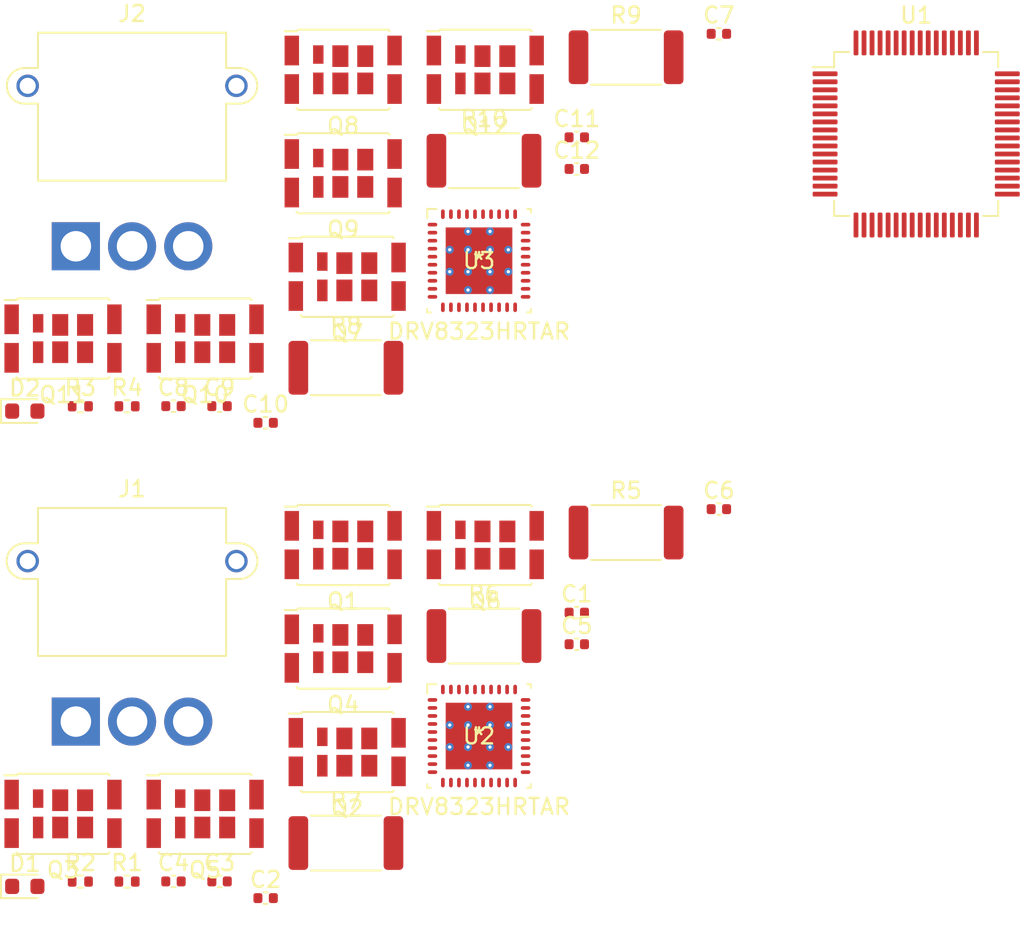
<source format=kicad_pcb>
(kicad_pcb (version 20211014) (generator pcbnew)
  (layers (0 "F.Cu" signal) (31 "B.Cu" signal) (34 "B.Paste" user) (35 "F.Paste" user) (36 "B.SilkS" user "B.Silkscreen") (37 "F.SilkS" user "F.Silkscreen") (38 "B.Mask" user) (39 "F.Mask" user) (44 "Edge.Cuts" user))
  (net 0 "")
  (net 1 "+12V")
  (net 2 "/Motor1/GHA")
  (net 3 "GND")
  (net 4 "Net-(C2-Pad1)")
  (net 5 "/Motor1/GLA")
  (net 6 "+3V3")
  (net 7 "Net-(C5-Pad2)")
  (net 8 "/Motor1/GHB")
  (net 9 "Net-(C6-Pad1)")
  (net 10 "Net-(C6-Pad2)")
  (net 11 "/Motor1/GLB")
  (net 12 "Net-(D1-Pad1)")
  (net 13 "/Motor1/GHC")
  (net 14 "/Motor1/GLC")
  (net 80 "Net-(C8-Pad1)")
  (net 81 "Net-(C11-Pad2)")
  (net 82 "Net-(C12-Pad1)")
  (net 83 "Net-(C12-Pad2)")
  (net 84 "Net-(D2-Pad1)")
  (net 85 "/Motor2/SHC")
  (net 90 "/Motor2/SHB")
  (net 91 "/Motor2/SHA")
  (net 92 "/Motor2/GHA")
  (net 93 "/Motor2/GLA")
  (net 94 "/Motor2/GHB")
  (net 95 "/Motor2/GLB")
  (net 96 "/Motor2/GHC")
  (net 97 "/Motor2/GLC")
  (net 98 "/Motor2/FAULT1")
  (net 100 "/Motor1/SHC")
  (net 101 "/Motor1/SHB")
  (net 102 "/Motor1/SHA")
  (net 103 "/Motor1/SPA")
  (net 104 "/Motor1/SPB")
  (net 105 "/Motor1/SPC")
  (net 106 "/Motor2/SOC1")
  (net 107 "/Motor2/SOB1")
  (net 108 "/Motor2/SOA1")
  (net 113 "/Motor2/EN1")
  (net 114 "/Motor2/CAL1")
  (net 115 "/Motor2/SPA")
  (net 116 "/Motor2/INHA1")
  (net 117 "/Motor2/INLA1")
  (net 118 "/Motor2/INHB1")
  (net 119 "/Motor2/INLB1")
  (net 120 "/Motor2/INHC1")
  (net 121 "/Motor2/INLC1")
  (net 122 "/Motor2/SPB")
  (net 123 "/Motor2/SPC")
  (net 124 "/Motor1/FAULT1")
  (net 125 "/Motor1/SOC1")
  (net 126 "/Motor1/SOB1")
  (net 127 "/Motor1/SOA1")
  (net 128 "/Motor1/EN1")
  (net 129 "/Motor1/CAL1")
  (net 130 "/Motor1/INHA1")
  (net 131 "/Motor1/INLA1")
  (net 132 "/Motor1/INHB1")
  (net 133 "/Motor1/INLB1")
  (net 134 "/Motor1/INHC1")
  (net 135 "/Motor1/INLC1")
  (footprint "Connector_AMASS:AMASS_MR30PW-M_1x03_P3.50mm_Horizontal" (layer "F.Cu") (at 97.89 93.94)
    (fp_text reference "J1" (at 3.5 -14.5) (layer "F.SilkS"))
    (fp_text value "Conn_01x03_Male")
    (pad "" thru_hole circle (at -3 -10) (size 1.4 1.4) (drill 1) (layers *.Cu *.Mask))
    (pad "" thru_hole circle (at 10 -10) (size 1.4 1.4) (drill 1) (layers *.Cu *.Mask))
    (pad "1" thru_hole rect (at 0 0) (size 3 3) (drill 1.9) (layers *.Cu *.Mask) (net 100 "/Motor1/SHC"))
    (pad "2" thru_hole circle (at 3.5 0) (size 3 3) (drill 1.9) (layers *.Cu *.Mask) (net 101 "/Motor1/SHB"))
    (pad "3" thru_hole circle (at 7 0) (size 3 3) (drill 1.9) (layers *.Cu *.Mask) (net 102 "/Motor1/SHA"))
  )
  (footprint "Package_DirectFET:DirectFET_ME" (layer "F.Cu") (at 114.54 89.39)
    (fp_text reference "Q4" (at 0 3.5) (layer "F.SilkS"))
    (fp_text value "IRF7480M")
    (pad "1" smd rect (at 3.2 -1.2) (size 0.9 1.85) (layers "F.Cu" "F.Paste" "F.Mask") (net 101 "/Motor1/SHB"))
    (pad "1" smd rect (at -3.2 1.2) (size 0.9 1.85) (layers "F.Cu" "F.Paste" "F.Mask") (net 101 "/Motor1/SHB"))
    (pad "1" smd rect (at 3.2 1.2) (size 0.9 1.85) (layers "F.Cu" "F.Paste" "F.Mask") (net 101 "/Motor1/SHB"))
    (pad "1" smd rect (at -3.2 -1.2) (size 0.9 1.85) (layers "F.Cu" "F.Paste" "F.Mask") (net 101 "/Motor1/SHB"))
    (pad "2" smd rect (at -1.55 -0.95) (size 0.65 1.151) (layers "F.Cu" "F.Paste" "F.Mask") (net 11 "/Motor1/GLB"))
    (pad "3" smd rect (at 1.375 0.85) (size 1 1.35) (layers "F.Cu" "F.Paste" "F.Mask") (net 104 "/Motor1/SPB"))
    (pad "3" smd rect (at -0.175 -0.85) (size 1 1.35) (layers "F.Cu" "F.Paste" "F.Mask") (net 104 "/Motor1/SPB"))
    (pad "3" smd rect (at -1.55 0.85) (size 0.65 1.35) (layers "F.Cu" "F.Paste" "F.Mask") (net 104 "/Motor1/SPB"))
    (pad "3" smd rect (at 1.375 -0.85) (size 1 1.35) (layers "F.Cu" "F.Paste" "F.Mask") (net 104 "/Motor1/SPB"))
    (pad "3" smd rect (at -0.175 0.85) (size 1 1.35) (layers "F.Cu" "F.Paste" "F.Mask") (net 104 "/Motor1/SPB"))
  )
  (footprint "Capacitor_SMD:C_0402_1005Metric" (layer "F.Cu") (at 106.84 74.28)
    (fp_text reference "C9" (at 0 -1.16) (layer "F.SilkS"))
    (fp_text value "0.1uF")
    (pad "1" smd roundrect (at -0.48 0) (size 0.56 0.62) (layers "F.Cu" "F.Paste" "F.Mask") (net 6 "+3V3"))
    (pad "2" smd roundrect (at 0.48 0) (size 0.56 0.62) (layers "F.Cu" "F.Paste" "F.Mask") (net 3 "GND"))
  )
  (footprint "Package_DirectFET:DirectFET_ME" (layer "F.Cu") (at 97.09 99.69)
    (fp_text reference "Q3" (at 0 3.5) (layer "F.SilkS"))
    (fp_text value "IRF7480M")
    (pad "1" smd rect (at -3.2 1.2) (size 0.9 1.85) (layers "F.Cu" "F.Paste" "F.Mask") (net 1 "+12V"))
    (pad "1" smd rect (at -3.2 -1.2) (size 0.9 1.85) (layers "F.Cu" "F.Paste" "F.Mask") (net 1 "+12V"))
    (pad "1" smd rect (at 3.2 1.2) (size 0.9 1.85) (layers "F.Cu" "F.Paste" "F.Mask") (net 1 "+12V"))
    (pad "1" smd rect (at 3.2 -1.2) (size 0.9 1.85) (layers "F.Cu" "F.Paste" "F.Mask") (net 1 "+12V"))
    (pad "2" smd rect (at -1.55 -0.95) (size 0.65 1.151) (layers "F.Cu" "F.Paste" "F.Mask") (net 8 "/Motor1/GHB"))
    (pad "3" smd rect (at 1.375 -0.85) (size 1 1.35) (layers "F.Cu" "F.Paste" "F.Mask") (net 101 "/Motor1/SHB"))
    (pad "3" smd rect (at -0.175 0.85) (size 1 1.35) (layers "F.Cu" "F.Paste" "F.Mask") (net 101 "/Motor1/SHB"))
    (pad "3" smd rect (at -0.175 -0.85) (size 1 1.35) (layers "F.Cu" "F.Paste" "F.Mask") (net 101 "/Motor1/SHB"))
    (pad "3" smd rect (at 1.375 0.85) (size 1 1.35) (layers "F.Cu" "F.Paste" "F.Mask") (net 101 "/Motor1/SHB"))
    (pad "3" smd rect (at -1.55 0.85) (size 0.65 1.35) (layers "F.Cu" "F.Paste" "F.Mask") (net 101 "/Motor1/SHB"))
  )
  (footprint "Package_DirectFET:DirectFET_ME" (layer "F.Cu") (at 114.54 59.77)
    (fp_text reference "Q9" (at 0 3.5) (layer "F.SilkS"))
    (fp_text value "IRF7480M")
    (pad "1" smd rect (at 3.2 1.2) (size 0.9 1.85) (layers "F.Cu" "F.Paste" "F.Mask") (net 1 "+12V"))
    (pad "1" smd rect (at -3.2 1.2) (size 0.9 1.85) (layers "F.Cu" "F.Paste" "F.Mask") (net 1 "+12V"))
    (pad "1" smd rect (at -3.2 -1.2) (size 0.9 1.85) (layers "F.Cu" "F.Paste" "F.Mask") (net 1 "+12V"))
    (pad "1" smd rect (at 3.2 -1.2) (size 0.9 1.85) (layers "F.Cu" "F.Paste" "F.Mask") (net 1 "+12V"))
    (pad "2" smd rect (at -1.55 -0.95) (size 0.65 1.151) (layers "F.Cu" "F.Paste" "F.Mask") (net 94 "/Motor2/GHB"))
    (pad "3" smd rect (at -0.175 0.85) (size 1 1.35) (layers "F.Cu" "F.Paste" "F.Mask") (net 90 "/Motor2/SHB"))
    (pad "3" smd rect (at -1.55 0.85) (size 0.65 1.35) (layers "F.Cu" "F.Paste" "F.Mask") (net 90 "/Motor2/SHB"))
    (pad "3" smd rect (at 1.375 -0.85) (size 1 1.35) (layers "F.Cu" "F.Paste" "F.Mask") (net 90 "/Motor2/SHB"))
    (pad "3" smd rect (at 1.375 0.85) (size 1 1.35) (layers "F.Cu" "F.Paste" "F.Mask") (net 90 "/Motor2/SHB"))
    (pad "3" smd rect (at -0.175 -0.85) (size 1 1.35) (layers "F.Cu" "F.Paste" "F.Mask") (net 90 "/Motor2/SHB"))
  )
  (footprint "Package_DirectFET:DirectFET_ME" (layer "F.Cu") (at 114.54 53.32)
    (fp_text reference "Q8" (at 0 3.5) (layer "F.SilkS"))
    (fp_text value "IRF7480M")
    (pad "1" smd rect (at -3.2 1.2) (size 0.9 1.85) (layers "F.Cu" "F.Paste" "F.Mask") (net 91 "/Motor2/SHA"))
    (pad "1" smd rect (at 3.2 -1.2) (size 0.9 1.85) (layers "F.Cu" "F.Paste" "F.Mask") (net 91 "/Motor2/SHA"))
    (pad "1" smd rect (at -3.2 -1.2) (size 0.9 1.85) (layers "F.Cu" "F.Paste" "F.Mask") (net 91 "/Motor2/SHA"))
    (pad "1" smd rect (at 3.2 1.2) (size 0.9 1.85) (layers "F.Cu" "F.Paste" "F.Mask") (net 91 "/Motor2/SHA"))
    (pad "2" smd rect (at -1.55 -0.95) (size 0.65 1.151) (layers "F.Cu" "F.Paste" "F.Mask") (net 93 "/Motor2/GLA"))
    (pad "3" smd rect (at -0.175 -0.85) (size 1 1.35) (layers "F.Cu" "F.Paste" "F.Mask") (net 115 "/Motor2/SPA"))
    (pad "3" smd rect (at 1.375 -0.85) (size 1 1.35) (layers "F.Cu" "F.Paste" "F.Mask") (net 115 "/Motor2/SPA"))
    (pad "3" smd rect (at -1.55 0.85) (size 0.65 1.35) (layers "F.Cu" "F.Paste" "F.Mask") (net 115 "/Motor2/SPA"))
    (pad "3" smd rect (at 1.375 0.85) (size 1 1.35) (layers "F.Cu" "F.Paste" "F.Mask") (net 115 "/Motor2/SPA"))
    (pad "3" smd rect (at -0.175 0.85) (size 1 1.35) (layers "F.Cu" "F.Paste" "F.Mask") (net 115 "/Motor2/SPA"))
  )
  (footprint "Capacitor_SMD:C_0402_1005Metric" (layer "F.Cu") (at 137.94 51.08)
    (fp_text reference "C7" (at 0 -1.16) (layer "F.SilkS"))
    (fp_text value "4.7uF")
    (pad "1" smd roundrect (at -0.48 0) (size 0.56 0.62) (layers "F.Cu" "F.Paste" "F.Mask") (net 1 "+12V"))
    (pad "2" smd roundrect (at 0.48 0) (size 0.56 0.62) (layers "F.Cu" "F.Paste" "F.Mask") (net 3 "GND"))
  )
  (footprint "Resistor_SMD:R_2512_6332Metric" (layer "F.Cu") (at 123.31 58.99)
    (fp_text reference "R10" (at 0 -2.62) (layer "F.SilkS"))
    (fp_text value "5mR")
    (pad "1" smd roundrect (at -2.9625 0) (size 1.225 3.35) (layers "F.Cu" "F.Paste" "F.Mask") (roundrect_rratio 0.204082) (net 123 "/Motor2/SPC"))
    (pad "2" smd roundrect (at 2.9625 0) (size 1.225 3.35) (layers "F.Cu" "F.Paste" "F.Mask") (roundrect_rratio 0.204082) (net 3 "GND"))
  )
  (footprint "Resistor_SMD:R_2512_6332Metric" (layer "F.Cu") (at 114.71 71.89)
    (fp_text reference "R8" (at 0 -2.62) (layer "F.SilkS"))
    (fp_text value "5mR")
    (pad "1" smd roundrect (at -2.9625 0) (size 1.225 3.35) (layers "F.Cu" "F.Paste" "F.Mask") (roundrect_rratio 0.204082) (net 115 "/Motor2/SPA"))
    (pad "2" smd roundrect (at 2.9625 0) (size 1.225 3.35) (layers "F.Cu" "F.Paste" "F.Mask") (roundrect_rratio 0.204082) (net 3 "GND"))
  )
  (footprint "LED_SMD:LED_0603_1608Metric" (layer "F.Cu") (at 94.71 104.21)
    (fp_text reference "D1" (at 0 -1.43) (layer "F.SilkS"))
    (fp_text value "LED")
    (pad "1" smd roundrect (at -0.7875 0) (size 0.875 0.95) (layers "F.Cu" "F.Paste" "F.Mask") (net 12 "Net-(D1-Pad1)"))
    (pad "2" smd roundrect (at 0.7875 0) (size 0.875 0.95) (layers "F.Cu" "F.Paste" "F.Mask") (net 6 "+3V3"))
  )
  (footprint "Capacitor_SMD:C_0402_1005Metric" (layer "F.Cu") (at 103.97 103.9)
    (fp_text reference "C4" (at 0 -1.16) (layer "F.SilkS"))
    (fp_text value "0.1uF")
    (pad "1" smd roundrect (at -0.48 0) (size 0.56 0.62) (layers "F.Cu" "F.Paste" "F.Mask") (net 1 "+12V"))
    (pad "2" smd roundrect (at 0.48 0) (size 0.56 0.62) (layers "F.Cu" "F.Paste" "F.Mask") (net 3 "GND"))
  )
  (footprint "Package_DirectFET:DirectFET_ME" (layer "F.Cu") (at 114.54 82.94)
    (fp_text reference "Q1" (at 0 3.5) (layer "F.SilkS"))
    (fp_text value "IRF7480M")
    (pad "1" smd rect (at -3.2 -1.2) (size 0.9 1.85) (layers "F.Cu" "F.Paste" "F.Mask") (net 1 "+12V"))
    (pad "1" smd rect (at -3.2 1.2) (size 0.9 1.85) (layers "F.Cu" "F.Paste" "F.Mask") (net 1 "+12V"))
    (pad "1" smd rect (at 3.2 -1.2) (size 0.9 1.85) (layers "F.Cu" "F.Paste" "F.Mask") (net 1 "+12V"))
    (pad "1" smd rect (at 3.2 1.2) (size 0.9 1.85) (layers "F.Cu" "F.Paste" "F.Mask") (net 1 "+12V"))
    (pad "2" smd rect (at -1.55 -0.95) (size 0.65 1.151) (layers "F.Cu" "F.Paste" "F.Mask") (net 2 "/Motor1/GHA"))
    (pad "3" smd rect (at -0.175 0.85) (size 1 1.35) (layers "F.Cu" "F.Paste" "F.Mask") (net 102 "/Motor1/SHA"))
    (pad "3" smd rect (at -0.175 -0.85) (size 1 1.35) (layers "F.Cu" "F.Paste" "F.Mask") (net 102 "/Motor1/SHA"))
    (pad "3" smd rect (at -1.55 0.85) (size 0.65 1.35) (layers "F.Cu" "F.Paste" "F.Mask") (net 102 "/Motor1/SHA"))
    (pad "3" smd rect (at 1.375 -0.85) (size 1 1.35) (layers "F.Cu" "F.Paste" "F.Mask") (net 102 "/Motor1/SHA"))
    (pad "3" smd rect (at 1.375 0.85) (size 1 1.35) (layers "F.Cu" "F.Paste" "F.Mask") (net 102 "/Motor1/SHA"))
  )
  (footprint "Capacitor_SMD:C_0402_1005Metric" (layer "F.Cu") (at 129.09 89.12)
    (fp_text reference "C5" (at 0 -1.16) (layer "F.SilkS"))
    (fp_text value "1uF")
    (pad "1" smd roundrect (at -0.48 0) (size 0.56 0.62) (layers "F.Cu" "F.Paste" "F.Mask") (net 1 "+12V"))
    (pad "2" smd roundrect (at 0.48 0) (size 0.56 0.62) (layers "F.Cu" "F.Paste" "F.Mask") (net 7 "Net-(C5-Pad2)"))
  )
  (footprint "LED_SMD:LED_0603_1608Metric" (layer "F.Cu") (at 94.71 74.59)
    (fp_text reference "D2" (at 0 -1.43) (layer "F.SilkS"))
    (fp_text value "LED")
    (pad "1" smd roundrect (at -0.7875 0) (size 0.875 0.95) (layers "F.Cu" "F.Paste" "F.Mask") (net 84 "Net-(D2-Pad1)"))
    (pad "2" smd roundrect (at 0.7875 0) (size 0.875 0.95) (layers "F.Cu" "F.Paste" "F.Mask") (net 6 "+3V3"))
  )
  (footprint "Capacitor_SMD:C_0402_1005Metric" (layer "F.Cu") (at 137.94 80.7)
    (fp_text reference "C6" (at 0 -1.16) (layer "F.SilkS"))
    (fp_text value "47nF")
    (pad "1" smd roundrect (at -0.48 0) (size 0.56 0.62) (layers "F.Cu" "F.Paste" "F.Mask") (net 9 "Net-(C6-Pad1)"))
    (pad "2" smd roundrect (at 0.48 0) (size 0.56 0.62) (layers "F.Cu" "F.Paste" "F.Mask") (net 10 "Net-(C6-Pad2)"))
  )
  (footprint "Capacitor_SMD:C_0402_1005Metric" (layer "F.Cu") (at 129.09 57.53)
    (fp_text reference "C11" (at 0 -1.16) (layer "F.SilkS"))
    (fp_text value "1uF")
    (pad "1" smd roundrect (at -0.48 0) (size 0.56 0.62) (layers "F.Cu" "F.Paste" "F.Mask") (net 1 "+12V"))
    (pad "2" smd roundrect (at 0.48 0) (size 0.56 0.62) (layers "F.Cu" "F.Paste" "F.Mask") (net 81 "Net-(C11-Pad2)"))
  )
  (footprint "Package_QFP:LQFP-64_10x10mm_P0.5mm" (layer "F.Cu") (at 150.23 57.32)
    (fp_text reference "U1" (at 0 -7.4) (layer "F.SilkS"))
    (fp_text value "STM32F405RGTx")
    (pad "1" smd roundrect (at -5.675 -3.75) (size 1.55 0.3) (layers "F.Cu" "F.Paste" "F.Mask"))
    (pad "2" smd roundrect (at -5.675 -3.25) (size 1.55 0.3) (layers "F.Cu" "F.Paste" "F.Mask"))
    (pad "3" smd roundrect (at -5.675 -2.75) (size 1.55 0.3) (layers "F.Cu" "F.Paste" "F.Mask"))
    (pad "4" smd roundrect (at -5.675 -2.25) (size 1.55 0.3) (layers "F.Cu" "F.Paste" "F.Mask"))
    (pad "5" smd roundrect (at -5.675 -1.75) (size 1.55 0.3) (layers "F.Cu" "F.Paste" "F.Mask"))
    (pad "6" smd roundrect (at -5.675 -1.25) (size 1.55 0.3) (layers "F.Cu" "F.Paste" "F.Mask"))
    (pad "7" smd roundrect (at -5.675 -0.75) (size 1.55 0.3) (layers "F.Cu" "F.Paste" "F.Mask"))
    (pad "8" smd roundrect (at -5.675 -0.25) (size 1.55 0.3) (layers "F.Cu" "F.Paste" "F.Mask"))
    (pad "9" smd roundrect (at -5.675 0.25) (size 1.55 0.3) (layers "F.Cu" "F.Paste" "F.Mask"))
    (pad "10" smd roundrect (at -5.675 0.75) (size 1.55 0.3) (layers "F.Cu" "F.Paste" "F.Mask"))
    (pad "11" smd roundrect (at -5.675 1.25) (size 1.55 0.3) (layers "F.Cu" "F.Paste" "F.Mask"))
    (pad "12" smd roundrect (at -5.675 1.75) (size 1.55 0.3) (layers "F.Cu" "F.Paste" "F.Mask"))
    (pad "13" smd roundrect (at -5.675 2.25) (size 1.55 0.3) (layers "F.Cu" "F.Paste" "F.Mask"))
    (pad "14" smd roundrect (at -5.675 2.75) (size 1.55 0.3) (layers "F.Cu" "F.Paste" "F.Mask"))
    (pad "15" smd roundrect (at -5.675 3.25) (size 1.55 0.3) (layers "F.Cu" "F.Paste" "F.Mask"))
    (pad "16" smd roundrect (at -5.675 3.75) (size 1.55 0.3) (layers "F.Cu" "F.Paste" "F.Mask"))
    (pad "17" smd roundrect (at -3.75 5.675) (size 0.3 1.55) (layers "F.Cu" "F.Paste" "F.Mask"))
    (pad "18" smd roundrect (at -3.25 5.675) (size 0.3 1.55) (layers "F.Cu" "F.Paste" "F.Mask"))
    (pad "19" smd roundrect (at -2.75 5.675) (size 0.3 1.55) (layers "F.Cu" "F.Paste" "F.Mask"))
    (pad "20" smd roundrect (at -2.25 5.675) (size 0.3 1.55) (layers "F.Cu" "F.Paste" "F.Mask"))
    (pad "21" smd roundrect (at -1.75 5.675) (size 0.3 1.55) (layers "F.Cu" "F.Paste" "F.Mask"))
    (pad "22" smd roundrect (at -1.25 5.675) (size 0.3 1.55) (layers "F.Cu" "F.Paste" "F.Mask"))
    (pad "23" smd roundrect (at -0.75 5.675) (size 0.3 1.55) (layers "F.Cu" "F.Paste" "F.Mask"))
    (pad "24" smd roundrect (at -0.25 5.675) (size 0.3 1.55) (layers "F.Cu" "F.Paste" "F.Mask"))
    (pad "25" smd roundrect (at 0.25 5.675) (size 0.3 1.55) (layers "F.Cu" "F.Paste" "F.Mask"))
    (pad "26" smd roundrect (at 0.75 5.675) (size 0.3 1.55) (layers "F.Cu" "F.Paste" "F.Mask"))
    (pad "27" smd roundrect (at 1.25 5.675) (size 0.3 1.55) (layers "F.Cu" "F.Paste" "F.Mask"))
    (pad "28" smd roundrect (at 1.75 5.675) (size 0.3 1.55) (layers "F.Cu" "F.Paste" "F.Mask"))
    (pad "29" smd roundrect (at 2.25 5.675) (size 0.3 1.55) (layers "F.Cu" "F.Paste" "F.Mask"))
    (pad "30" smd roundrect (at 2.75 5.675) (size 0.3 1.55) (layers "F.Cu" "F.Paste" "F.Mask"))
    (pad "31" smd roundrect (at 3.25 5.675) (size 0.3 1.55) (layers "F.Cu" "F.Paste" "F.Mask"))
    (pad "32" smd roundrect (at 3.75 5.675) (size 0.3 1.55) (layers "F.Cu" "F.Paste" "F.Mask"))
    (pad "33" smd roundrect (at 5.675 3.75) (size 1.55 0.3) (layers "F.Cu" "F.Paste" "F.Mask"))
    (pad "34" smd roundrect (at 5.675 3.25) (size 1.55 0.3) (layers "F.Cu" "F.Paste" "F.Mask"))
    (pad "35" smd roundrect (at 5.675 2.75) (size 1.55 0.3) (layers "F.Cu" "F.Paste" "F.Mask"))
    (pad "36" smd roundrect (at 5.675 2.25) (size 1.55 0.3) (layers "F.Cu" "F.Paste" "F.Mask"))
    (pad "37" smd roundrect (at 5.675 1.75) (size 1.55 0.3) (layers "F.Cu" "F.Paste" "F.Mask"))
    (pad "38" smd roundrect (at 5.675 1.25) (size 1.55 0.3) (layers "F.Cu" "F.Paste" "F.Mask"))
    (pad "39" smd roundrect (at 5.675 0.75) (size 1.55 0.3) (layers "F.Cu" "F.Paste" "F.Mask"))
    (pad "40" smd roundrect (at 5.675 0.25) (size 1.55 0.3) (layers "F.Cu" "F.Paste" "F.Mask"))
    (pad "41" smd roundrect (at 5.675 -0.25) (size 1.55 0.3) (layers "F.Cu" "F.Paste" "F.Mask"))
    (pad "42" smd roundrect (at 5.675 -0.75) (size 1.55 0.3) (layers "F.Cu" "F.Paste" "F.Mask"))
    (pad "43" smd roundrect (at 5.675 -1.25) (size 1.55 0.3) (layers "F.Cu" "F.Paste" "F.Mask"))
    (pad "44" smd roundrect (at 5.675 -1.75) (size 1.55 0.3) (layers "F.Cu" "F.Paste" "F.Mask"))
    (pad "45" smd roundrect (at 5.675 -2.25) (size 1.55 0.3) (layers "F.Cu" "F.Paste" "F.Mask"))
    (pad "46" smd roundrect (at 5.675 -2.75) (size 1.55 0.3) (layers "F.Cu" "F.Paste" "F.Mask"))
    (pad "47" smd roundrect (at 5.675 -3.25) (size 1.55 0.3) (layers "F.Cu" "F.Paste" "F.Mask"))
    (pad "48" smd roundrect (at 5.675 -3.75) (size 1.55 0.3) (layers "F.Cu" "F.Paste" "F.Mask"))
    (pad "49" smd roundrect (at 3.75 -5.675) (size 0.3 1.55) (layers "F.Cu" "F.Paste" "F.Mask"))
    (pad "50" smd roundrect (at 3.25 -5.675) (size 0.3 1.55) (layers "F.Cu" "F.Paste" "F.Mask"))
    (pad "51" smd roundrect (at 2.75 -5.675) (size 0.3 1.55) (layers "F.Cu" "F.Paste" "F.Mask"))
    (pad "52" smd roundrect (at 2.25 -5.675) (size 0.3 1.55) (layers "F.Cu" "F.Paste" "F.Mask"))
    (pad "53" smd roundrect (at 1.75 -5.675) (size 0.3 1.55) (layers "F.Cu" "F.Paste" "F.Mask"))
    (pad "54" smd roundrect (at 1.25 -5.675) (size 0.3 1.55) (layers "F.Cu" "F.Paste" "F.Mask"))
    (pad "55" smd roundrect (at 0.75 -5.675) (size 0.3 1.55) (layers "F.Cu" "F.Paste" "F.Mask"))
    (pad "56" smd roundrect (at 0.25 -5.675) (size 0.3 1.55) (layers "F.Cu" "F.Paste" "F.Mask"))
    (pad "57" smd roundrect (at -0.25 -5.675) (size 0.3 1.55) (layers "F.Cu" "F.Paste" "F.Mask"))
    (pad "58" smd roundrect (at -0.75 -5.675) (size 0.3 1.55) (layers "F.Cu" "F.Paste" "F.Mask"))
    (pad "59" smd roundrect (at -1.25 -5.675) (size 0.3 1.55) (layers "F.Cu" "F.Paste" "F.Mask"))
    (pad "60" smd roundrect (at -1.75 -5.675) (size 0.3 1.55) (layers "F.Cu" "F.Paste" "F.Mask"))
    (pad "61" smd roundrect (at -2.25 -5.675) (size 0.3 1.55) (layers "F.Cu" "F.Paste" "F.Mask"))
    (pad "62" smd roundrect (at -2.75 -5.675) (size 0.3 1.55) (layers "F.Cu" "F.Paste" "F.Mask"))
    (pad "63" smd roundrect (at -3.25 -5.675) (size 0.3 1.55) (layers "F.Cu" "F.Paste" "F.Mask"))
    (pad "64" smd roundrect (at -3.75 -5.675) (size 0.3 1.55) (layers "F.Cu" "F.Paste" "F.Mask"))
  )
  (footprint "Package_DirectFET:DirectFET_ME" (layer "F.Cu") (at 123.39 82.94)
    (fp_text reference "Q6" (at 0 3.5) (layer "F.SilkS"))
    (fp_text value "IRF7480M")
    (pad "1" smd rect (at -3.2 -1.2) (size 0.9 1.85) (layers "F.Cu" "F.Paste" "F.Mask") (net 100 "/Motor1/SHC"))
    (pad "1" smd rect (at 3.2 -1.2) (size 0.9 1.85) (layers "F.Cu" "F.Paste" "F.Mask") (net 100 "/Motor1/SHC"))
    (pad "1" smd rect (at 3.2 1.2) (size 0.9 1.85) (layers "F.Cu" "F.Paste" "F.Mask") (net 100 "/Motor1/SHC"))
    (pad "1" smd rect (at -3.2 1.2) (size 0.9 1.85) (layers "F.Cu" "F.Paste" "F.Mask") (net 100 "/Motor1/SHC"))
    (pad "2" smd rect (at -1.55 -0.95) (size 0.65 1.151) (layers "F.Cu" "F.Paste" "F.Mask") (net 14 "/Motor1/GLC"))
    (pad "3" smd rect (at 1.375 -0.85) (size 1 1.35) (layers "F.Cu" "F.Paste" "F.Mask") (net 105 "/Motor1/SPC"))
    (pad "3" smd rect (at -1.55 0.85) (size 0.65 1.35) (layers "F.Cu" "F.Paste" "F.Mask") (net 105 "/Motor1/SPC"))
    (pad "3" smd rect (at -0.175 0.85) (size 1 1.35) (layers "F.Cu" "F.Paste" "F.Mask") (net 105 "/Motor1/SPC"))
    (pad "3" smd rect (at -0.175 -0.85) (size 1 1.35) (layers "F.Cu" "F.Paste" "F.Mask") (net 105 "/Motor1/SPC"))
    (pad "3" smd rect (at 1.375 0.85) (size 1 1.35) (layers "F.Cu" "F.Paste" "F.Mask") (net 105 "/Motor1/SPC"))
  )
  (footprint "Capacitor_SMD:C_0402_1005Metric" (layer "F.Cu") (at 103.97 74.28)
    (fp_text reference "C8" (at 0 -1.16) (layer "F.SilkS"))
    (fp_text value "1uF")
    (pad "1" smd roundrect (at -0.48 0) (size 0.56 0.62) (layers "F.Cu" "F.Paste" "F.Mask") (net 80 "Net-(C8-Pad1)"))
    (pad "2" smd roundrect (at 0.48 0) (size 0.56 0.62) (layers "F.Cu" "F.Paste" "F.Mask") (net 3 "GND"))
  )
  (footprint "Capacitor_SMD:C_0402_1005Metric" (layer "F.Cu") (at 129.09 87.15)
    (fp_text reference "C1" (at 0 -1.16) (layer "F.SilkS"))
    (fp_text value "4.7uF")
    (pad "1" smd roundrect (at -0.48 0) (size 0.56 0.62) (layers "F.Cu" "F.Paste" "F.Mask") (net 1 "+12V"))
    (pad "2" smd roundrect (at 0.48 0) (size 0.56 0.62) (layers "F.Cu" "F.Paste" "F.Mask") (net 3 "GND"))
  )
  (footprint "Capacitor_SMD:C_0402_1005Metric" (layer "F.Cu") (at 109.71 75.32)
    (fp_text reference "C10" (at 0 -1.16) (layer "F.SilkS"))
    (fp_text value "0.1uF")
    (pad "1" smd roundrect (at -0.48 0) (size 0.56 0.62) (layers "F.Cu" "F.Paste" "F.Mask") (net 1 "+12V"))
    (pad "2" smd roundrect (at 0.48 0) (size 0.56 0.62) (layers "F.Cu" "F.Paste" "F.Mask") (net 3 "GND"))
  )
  (footprint "Resistor_SMD:R_0402_1005Metric" (layer "F.Cu") (at 101.08 103.91)
    (fp_text reference "R1" (at 0 -1.17) (layer "F.SilkS"))
    (fp_text value "330R")
    (pad "1" smd roundrect (at -0.51 0) (size 0.54 0.64) (layers "F.Cu" "F.Paste" "F.Mask") (net 12 "Net-(D1-Pad1)"))
    (pad "2" smd roundrect (at 0.51 0) (size 0.54 0.64) (layers "F.Cu" "F.Paste" "F.Mask") (net 124 "/Motor1/FAULT1"))
  )
  (footprint "Resistor_SMD:R_2512_6332Metric" (layer "F.Cu") (at 114.71 101.51)
    (fp_text reference "R7" (at 0 -2.62) (layer "F.SilkS"))
    (fp_text value "5mR")
    (pad "1" smd roundrect (at -2.9625 0) (size 1.225 3.35) (layers "F.Cu" "F.Paste" "F.Mask") (roundrect_rratio 0.204082) (net 105 "/Motor1/SPC"))
    (pad "2" smd roundrect (at 2.9625 0) (size 1.225 3.35) (layers "F.Cu" "F.Paste" "F.Mask") (roundrect_rratio 0.204082) (net 3 "GND"))
  )
  (footprint "Connector_AMASS:AMASS_MR30PW-M_1x03_P3.50mm_Horizontal" (layer "F.Cu") (at 97.89 64.32)
    (fp_text reference "J2" (at 3.5 -14.5) (layer "F.SilkS"))
    (fp_text value "Conn_01x03_Male")
    (pad "" thru_hole circle (at 10 -10) (size 1.4 1.4) (drill 1) (layers *.Cu *.Mask))
    (pad "" thru_hole circle (at -3 -10) (size 1.4 1.4) (drill 1) (layers *.Cu *.Mask))
    (pad "1" thru_hole rect (at 0 0) (size 3 3) (drill 1.9) (layers *.Cu *.Mask) (net 85 "/Motor2/SHC"))
    (pad "2" thru_hole circle (at 3.5 0) (size 3 3) (drill 1.9) (layers *.Cu *.Mask) (net 90 "/Motor2/SHB"))
    (pad "3" thru_hole circle (at 7 0) (size 3 3) (drill 1.9) (layers *.Cu *.Mask) (net 91 "/Motor2/SHA"))
  )
  (footprint "Package_DirectFET:DirectFET_ME" (layer "F.Cu") (at 114.79 66.22)
    (fp_text reference "Q7" (at 0 3.5) (layer "F.SilkS"))
    (fp_text value "IRF7480M")
    (pad "1" smd rect (at 3.2 1.2) (size 0.9 1.85) (layers "F.Cu" "F.Paste" "F.Mask") (net 1 "+12V"))
    (pad "1" smd rect (at -3.2 -1.2) (size 0.9 1.85) (layers "F.Cu" "F.Paste" "F.Mask") (net 1 "+12V"))
    (pad "1" smd rect (at -3.2 1.2) (size 0.9 1.85) (layers "F.Cu" "F.Paste" "F.Mask") (net 1 "+12V"))
    (pad "1" smd rect (at 3.2 -1.2) (size 0.9 1.85) (layers "F.Cu" "F.Paste" "F.Mask") (net 1 "+12V"))
    (pad "2" smd rect (at -1.55 -0.95) (size 0.65 1.151) (layers "F.Cu" "F.Paste" "F.Mask") (net 92 "/Motor2/GHA"))
    (pad "3" smd rect (at -1.55 0.85) (size 0.65 1.35) (layers "F.Cu" "F.Paste" "F.Mask") (net 91 "/Motor2/SHA"))
    (pad "3" smd rect (at 1.375 -0.85) (size 1 1.35) (layers "F.Cu" "F.Paste" "F.Mask") (net 91 "/Motor2/SHA"))
    (pad "3" smd rect (at -0.175 0.85) (size 1 1.35) (layers "F.Cu" "F.Paste" "F.Mask") (net 91 "/Motor2/SHA"))
    (pad "3" smd rect (at -0.175 -0.85) (size 1 1.35) (layers "F.Cu" "F.Paste" "F.Mask") (net 91 "/Motor2/SHA"))
    (pad "3" smd rect (at 1.375 0.85) (size 1 1.35) (layers "F.Cu" "F.Paste" "F.Mask") (net 91 "/Motor2/SHA"))
  )
  (footprint "Resistor_SMD:R_0402_1005Metric" (layer "F.Cu") (at 98.17 74.29)
    (fp_text reference "R3" (at 0 -1.17) (layer "F.SilkS"))
    (fp_text value "330R")
    (pad "1" smd roundrect (at -0.51 0) (size 0.54 0.64) (layers "F.Cu" "F.Paste" "F.Mask") (net 84 "Net-(D2-Pad1)"))
    (pad "2" smd roundrect (at 0.51 0) (size 0.54 0.64) (layers "F.Cu" "F.Paste" "F.Mask") (net 98 "/Motor2/FAULT1"))
  )
  (footprint "Userlib:DRV8323HRTAR" (layer "F.Cu") (at 123 94.84)
    (fp_text reference "U2" (at 0 0) (layer "F.SilkS"))
    (fp_text value "DRV8323HRTAR" (at 0 4.4) (layer "F.SilkS"))
    (fp_text user "*" (at 0 0) (layer "F.SilkS"))
    (pad "1" smd oval (at -2.899999 -2.250001 90) (size 0.23 0.599999) (layers "F.Cu" "F.Paste" "F.Mask") (net 10 "Net-(C6-Pad2)"))
    (pad "2" smd oval (at -2.899999 -1.750002 90) (size 0.23 0.599999) (layers "F.Cu" "F.Paste" "F.Mask") (net 9 "Net-(C6-Pad1)"))
    (pad "3" smd oval (at -2.899999 -1.25 90) (size 0.23 0.599999) (layers "F.Cu" "F.Paste" "F.Mask") (net 7 "Net-(C5-Pad2)"))
    (pad "4" smd oval (at -2.899999 -0.750001 90) (size 0.23 0.599999) (layers "F.Cu" "F.Paste" "F.Mask") (net 1 "+12V"))
    (pad "5" smd oval (at -2.899999 -0.25 90) (size 0.23 0.599999) (layers "F.Cu" "F.Paste" "F.Mask"))
    (pad "6" smd oval (at -2.899999 0.25 90) (size 0.23 0.599999) (layers "F.Cu" "F.Paste" "F.Mask") (net 2 "/Motor1/GHA"))
    (pad "7" smd oval (at -2.899999 0.749998 90) (size 0.23 0.599999) (layers "F.Cu" "F.Paste" "F.Mask") (net 102 "/Motor1/SHA"))
    (pad "8" smd oval (at -2.899999 1.25 90) (size 0.23 0.599999) (layers "F.Cu" "F.Paste" "F.Mask") (net 5 "/Motor1/GLA"))
    (pad "9" smd oval (at -2.899999 1.749999 90) (size 0.23 0.599999) (layers "F.Cu" "F.Paste" "F.Mask") (net 103 "/Motor1/SPA"))
    (pad "10" smd oval (at -2.899999 2.250001 90) (size 0.23 0.599999) (layers "F.Cu" "F.Paste" "F.Mask") (net 3 "GND"))
    (pad "11" smd oval (at -2.250001 2.899999) (size 0.23 0.599999) (layers "F.Cu" "F.Paste" "F.Mask") (net 3 "GND"))
    (pad "12" smd oval (at -1.750002 2.899999) (size 0.23 0.599999) (layers "F.Cu" "F.Paste" "F.Mask") (net 104 "/Motor1/SPB"))
    (pad "13" smd oval (at -1.25 2.899999) (size 0.23 0.599999) (layers "F.Cu" "F.Paste" "F.Mask") (net 11 "/Motor1/GLB"))
    (pad "14" smd oval (at -0.750001 2.899999) (size 0.23 0.599999) (layers "F.Cu" "F.Paste" "F.Mask") (net 101 "/Motor1/SHB"))
    (pad "15" smd oval (at -0.25 2.899999) (size 0.23 0.599999) (layers "F.Cu" "F.Paste" "F.Mask") (net 8 "/Motor1/GHB"))
    (pad "16" smd oval (at 0.25 2.899999) (size 0.23 0.599999) (layers "F.Cu" "F.Paste" "F.Mask") (net 13 "/Motor1/GHC"))
    (pad "17" smd oval (at 0.749998 2.899999) (size 0.23 0.599999) (layers "F.Cu" "F.Paste" "F.Mask") (net 100 "/Motor1/SHC"))
    (pad "18" smd oval (at 1.25 2.899999) (size 0.23 0.599999) (layers "F.Cu" "F.Paste" "F.Mask") (net 14 "/Motor1/GLC"))
    (pad "19" smd oval (at 1.749999 2.899999) (size 0.23 0.599999) (layers "F.Cu" "F.Paste" "F.Mask") (net 105 "/Motor1/SPC"))
    (pad "20" smd oval (at 2.250001 2.899999) (size 0.23 0.599999) (layers "F.Cu" "F.Paste" "F.Mask") (net 3 "GND"))
    (pad "21" smd oval (at 2.899999 2.250001 90) (size 0.23 0.599999) (layers "F.Cu" "F.Paste" "F.Mask") (net 125 "/Motor1/SOC1"))
    (pad "22" smd oval (at 2.899999 1.749999 90) (size 0.23 0.599999) (layers "F.Cu" "F.Paste" "F.Mask") (net 126 "/Motor1/SOB1"))
    (pad "23" smd oval (at 2.899999 1.25 90) (size 0.23 0.599999) (layers "F.Cu" "F.Paste" "F.Mask") (net 127 "/Motor1/SOA1"))
    (pad "24" smd oval (at 2.899999 0.749998 90) (size 0.23 0.599999) (layers "F.Cu" "F.Paste" "F.Mask") (net 6 "+3V3"))
    (pad "25" smd oval (at 2.899999 0.25 90) (size 0.23 0.599999) (layers "F.Cu" "F.Paste" "F.Mask") (net 124 "/Motor1/FAULT1"))
    (pad "26" smd oval (at 2.899999 -0.25 90) (size 0.23 0.599999) (layers "F.Cu" "F.Paste" "F.Mask"))
    (pad "27" smd oval (at 2.899999 -0.750001 90) (size 0.23 0.599999) (layers "F.Cu" "F.Paste" "F.Mask"))
    (pad "28" smd oval (at 2.899999 -1.25 90) (size 0.23 0.599999) (layers "F.Cu" "F.Paste" "F.Mask"))
    (pad "29" smd oval (at 2.899999 -1.750002 90) (size 0.23 0.599999) (layers "F.Cu" "F.Paste" "F.Mask"))
    (pad "30" smd oval (at 2.899999 -2.250001 90) (size 0.23 0.599999) (layers "F.Cu" "F.Paste" "F.Mask") (net 128 "/Motor1/EN1"))
    (pad "31" smd oval (at 2.250001 -2.899999) (size 0.23 0.599999) (layers "F.Cu" "F.Paste" "F.Mask") (net 129 "/Motor1/CAL1"))
    (pad "32" smd oval (at 1.749999 -2.899999) (size 0.23 0.599999) (layers "F.Cu" "F.Paste" "F.Mask") (net 3 "GND"))
    (pad "33" smd oval (at 1.25 -2.899999) (size 0.23 0.599999) (layers "F.Cu" "F.Paste" "F.Mask") (net 4 "Net-(C2-Pad1)"))
    (pad "34" smd oval (at 0.749998 -2.899999) (size 0.23 0.599999) (layers "F.Cu" "F.Paste" "F.Mask") (net 130 "/Motor1/INHA1"))
    (pad "35" smd oval (at 0.25 -2.899999) (size 0.23 0.599999) (layers "F.Cu" "F.Paste" "F.Mask") (net 131 "/Motor1/INLA1"))
    (pad "36" smd oval (at -0.25 -2.899999) (size 0.23 0.599999) (layers "F.Cu" "F.Paste" "F.Mask") (net 132 "/Motor1/INHB1"))
    (pad "37" smd oval (at -0.750001 -2.899999) (size 0.23 0.599999) (layers "F.Cu" "F.Paste" "F.Mask") (net 133 "/Motor1/INLB1"))
    (pad "38" smd oval (at -1.25 -2.899999) (size 0.23 0.599999) (layers "F.Cu" "F.Paste" "F.Mask") (net 134 "/Motor1/INHC1"))
    (pad "39" smd oval (at -1.750002 -2.899999) (size 0.23 0.599999) (layers "F.Cu" "F.Paste" "F.Mask") (net 135 "/Motor1/INLC1"))
    (pad "40" smd oval (at -2.250001 -2.899999) (size 0.23 0.599999) (layers "F.Cu" "F.Paste" "F.Mask") (net 3 "GND"))
    (pad "41" smd rect (at 0 0) (size 4.149999 4.149999) (layers "F.Cu" "F.Mask") (net 3 "GND"))
    (pad "V" thru_hole circle (at -1.825 0.685) (size 0.499999 0.499999) (drill 0.2032) (layers *.Cu *.Mask))
    (pad "V" thru_hole circle (at 0.685 0.685) (size 0.499999 0.499999) (drill 0.2032) (layers *.Cu *.Mask))
    (pad "V" thru_hole circle (at -0.685 1.825) (size 0.499999 0.499999) (drill 0.2032) (layers *.Cu *.Mask))
    (pad "V" thru_hole circle (at 0.685 1.825) (size 0.499999 0.499999) (drill 0.2032) (layers *.Cu *.Mask))
    (pad "V" thru_hole circle (at -0.685 -0.685) (size 0.499999 0.499999) (drill 0.2032) (layers *.Cu *.Mask))
    (pad "V" thru_hole circle (at -0.685 -1.825) (size 0.499999 0.499999) (drill 0.2032) (layers *.Cu *.Mask))
    (pad "V" thru_hole circle (at -0.685 0.685) (size 0.499999 0.499999) (drill 0.2032) (layers *.Cu *.Mask))
    (pad "V" thru_hole circle (at -1.825 -0.685) (size 0.499999 0.499999) (drill 0.2032) (layers *.Cu *.Mask))
    (pad "V" thru_hole circle (at 0.685 -0.685) (size 0.499999 0.499999) (drill 0.2032) (layers *.Cu *.Mask))
    (pad "V" thru_hole circle (at 1.825 -0.685) (size 0.499999 0.499999) (drill 0.2032) (layers *.Cu *.Mask))
    (pad "V" thru_hole circle (at 0.685 -1.825) (size 0.499999 0.499999) (drill 0.2032) (layers *.Cu *.Mask))
    (pad "V" thru_hole circle (at 1.825 0.685) (size 0.499999 0.499999) (drill 0.2032) (layers *.Cu *.Mask))
  )
  (footprint "Resistor_SMD:R_2512_6332Metric" (layer "F.Cu") (at 123.31 88.61)
    (fp_text reference "R6" (at 0 -2.62) (layer "F.SilkS"))
    (fp_text value "5mR")
    (pad "1" smd roundrect (at -2.9625 0) (size 1.225 3.35) (layers "F.Cu" "F.Paste" "F.Mask") (roundrect_rratio 0.204082) (net 104 "/Motor1/SPB"))
    (pad "2" smd roundrect (at 2.9625 0) (size 1.225 3.35) (layers "F.Cu" "F.Paste" "F.Mask") (roundrect_rratio 0.204082) (net 3 "GND"))
  )
  (footprint "Package_DirectFET:DirectFET_ME" (layer "F.Cu") (at 123.39 53.32)
    (fp_text reference "Q12" (at 0 3.5) (layer "F.SilkS"))
    (fp_text value "IRF7480M")
    (pad "1" smd rect (at -3.2 1.2) (size 0.9 1.85) (layers "F.Cu" "F.Paste" "F.Mask") (net 85 "/Motor2/SHC"))
    (pad "1" smd rect (at 3.2 -1.2) (size 0.9 1.85) (layers "F.Cu" "F.Paste" "F.Mask") (net 85 "/Motor2/SHC"))
    (pad "1" smd rect (at -3.2 -1.2) (size 0.9 1.85) (layers "F.Cu" "F.Paste" "F.Mask") (net 85 "/Motor2/SHC"))
    (pad "1" smd rect (at 3.2 1.2) (size 0.9 1.85) (layers "F.Cu" "F.Paste" "F.Mask") (net 85 "/Motor2/SHC"))
    (pad "2" smd rect (at -1.55 -0.95) (size 0.65 1.151) (layers "F.Cu" "F.Paste" "F.Mask") (net 97 "/Motor2/GLC"))
    (pad "3" smd rect (at -0.175 0.85) (size 1 1.35) (layers "F.Cu" "F.Paste" "F.Mask") (net 123 "/Motor2/SPC"))
    (pad "3" smd rect (at -0.175 -0.85) (size 1 1.35) (layers "F.Cu" "F.Paste" "F.Mask") (net 123 "/Motor2/SPC"))
    (pad "3" smd rect (at 1.375 0.85) (size 1 1.35) (layers "F.Cu" "F.Paste" "F.Mask") (net 123 "/Motor2/SPC"))
    (pad "3" smd rect (at -1.55 0.85) (size 0.65 1.35) (layers "F.Cu" "F.Paste" "F.Mask") (net 123 "/Motor2/SPC"))
    (pad "3" smd rect (at 1.375 -0.85) (size 1 1.35) (layers "F.Cu" "F.Paste" "F.Mask") (net 123 "/Motor2/SPC"))
  )
  (footprint "Package_DirectFET:DirectFET_ME" (layer "F.Cu") (at 114.79 95.84)
    (fp_text reference "Q2" (at 0 3.5) (layer "F.SilkS"))
    (fp_text value "IRF7480M")
    (pad "1" smd rect (at 3.2 1.2) (size 0.9 1.85) (layers "F.Cu" "F.Paste" "F.Mask") (net 102 "/Motor1/SHA"))
    (pad "1" smd rect (at -3.2 -1.2) (size 0.9 1.85) (layers "F.Cu" "F.Paste" "F.Mask") (net 102 "/Motor1/SHA"))
    (pad "1" smd rect (at -3.2 1.2) (size 0.9 1.85) (layers "F.Cu" "F.Paste" "F.Mask") (net 102 "/Motor1/SHA"))
    (pad "1" smd rect (at 3.2 -1.2) (size 0.9 1.85) (layers "F.Cu" "F.Paste" "F.Mask") (net 102 "/Motor1/SHA"))
    (pad "2" smd rect (at -1.55 -0.95) (size 0.65 1.151) (layers "F.Cu" "F.Paste" "F.Mask") (net 5 "/Motor1/GLA"))
    (pad "3" smd rect (at -0.175 0.85) (size 1 1.35) (layers "F.Cu" "F.Paste" "F.Mask") (net 103 "/Motor1/SPA"))
    (pad "3" smd rect (at -0.175 -0.85) (size 1 1.35) (layers "F.Cu" "F.Paste" "F.Mask") (net 103 "/Motor1/SPA"))
    (pad "3" smd rect (at -1.55 0.85) (size 0.65 1.35) (layers "F.Cu" "F.Paste" "F.Mask") (net 103 "/Motor1/SPA"))
    (pad "3" smd rect (at 1.375 -0.85) (size 1 1.35) (layers "F.Cu" "F.Paste" "F.Mask") (net 103 "/Motor1/SPA"))
    (pad "3" smd rect (at 1.375 0.85) (size 1 1.35) (layers "F.Cu" "F.Paste" "F.Mask") (net 103 "/Motor1/SPA"))
  )
  (footprint "Resistor_SMD:R_2512_6332Metric" (layer "F.Cu") (at 132.16 52.54)
    (fp_text reference "R9" (at 0 -2.62) (layer "F.SilkS"))
    (fp_text value "5mR")
    (pad "1" smd roundrect (at -2.9625 0) (size 1.225 3.35) (layers "F.Cu" "F.Paste" "F.Mask") (roundrect_rratio 0.204082) (net 122 "/Motor2/SPB"))
    (pad "2" smd roundrect (at 2.9625 0) (size 1.225 3.35) (layers "F.Cu" "F.Paste" "F.Mask") (roundrect_rratio 0.204082) (net 3 "GND"))
  )
  (footprint "Capacitor_SMD:C_0402_1005Metric" (layer "F.Cu") (at 129.09 59.5)
    (fp_text reference "C12" (at 0 -1.16) (layer "F.SilkS"))
    (fp_text value "47nF")
    (pad "1" smd roundrect (at -0.48 0) (size 0.56 0.62) (layers "F.Cu" "F.Paste" "F.Mask") (net 82 "Net-(C12-Pad1)"))
    (pad "2" smd roundrect (at 0.48 0) (size 0.56 0.62) (layers "F.Cu" "F.Paste" "F.Mask") (net 83 "Net-(C12-Pad2)"))
  )
  (footprint "Capacitor_SMD:C_0402_1005Metric" (layer "F.Cu") (at 106.84 103.9)
    (fp_text reference "C3" (at 0 -1.16) (layer "F.SilkS"))
    (fp_text value "0.1uF")
    (pad "1" smd roundrect (at -0.48 0) (size 0.56 0.62) (layers "F.Cu" "F.Paste" "F.Mask") (net 6 "+3V3"))
    (pad "2" smd roundrect (at 0.48 0) (size 0.56 0.62) (layers "F.Cu" "F.Paste" "F.Mask") (net 3 "GND"))
  )
  (footprint "Userlib:DRV8323HRTAR" (layer "F.Cu") (at 123 65.22)
    (fp_text reference "U3" (at 0 0) (layer "F.SilkS"))
    (fp_text value "DRV8323HRTAR" (at 0 4.4) (layer "F.SilkS"))
    (fp_text user "*" (at 0 0) (layer "F.SilkS"))
    (pad "1" smd oval (at -2.899999 -2.250001 90) (size 0.23 0.599999) (layers "F.Cu" "F.Paste" "F.Mask") (net 83 "Net-(C12-Pad2)"))
    (pad "2" smd oval (at -2.899999 -1.750002 90) (size 0.23 0.599999) (layers "F.Cu" "F.Paste" "F.Mask") (net 82 "Net-(C12-Pad1)"))
    (pad "3" smd oval (at -2.899999 -1.25 90) (size 0.23 0.599999) (layers "F.Cu" "F.Paste" "F.Mask") (net 81 "Net-(C11-Pad2)"))
    (pad "4" smd oval (at -2.899999 -0.750001 90) (size 0.23 0.599999) (layers "F.Cu" "F.Paste" "F.Mask") (net 1 "+12V"))
    (pad "5" smd oval (at -2.899999 -0.25 90) (size 0.23 0.599999) (layers "F.Cu" "F.Paste" "F.Mask"))
    (pad "6" smd oval (at -2.899999 0.25 90) (size 0.23 0.599999) (layers "F.Cu" "F.Paste" "F.Mask") (net 92 "/Motor2/GHA"))
    (pad "7" smd oval (at -2.899999 0.749998 90) (size 0.23 0.599999) (layers "F.Cu" "F.Paste" "F.Mask") (net 91 "/Motor2/SHA"))
    (pad "8" smd oval (at -2.899999 1.25 90) (size 0.23 0.599999) (layers "F.Cu" "F.Paste" "F.Mask") (net 93 "/Motor2/GLA"))
    (pad "9" smd oval (at -2.899999 1.749999 90) (size 0.23 0.599999) (layers "F.Cu" "F.Paste" "F.Mask") (net 115 "/Motor2/SPA"))
    (pad "10" smd oval (at -2.899999 2.250001 90) (size 0.23 0.599999) (layers "F.Cu" "F.Paste" "F.Mask") (net 3 "GND"))
    (pad "11" smd oval (at -2.250001 2.899999) (size 0.23 0.599999) (layers "F.Cu" "F.Paste" "F.Mask") (net 3 "GND"))
    (pad "12" smd oval (at -1.750002 2.899999) (size 0.23 0.599999) (layers "F.Cu" "F.Paste" "F.Mask") (net 122 "/Motor2/SPB"))
    (pad "13" smd oval (at -1.25 2.899999) (size 0.23 0.599999) (layers "F.Cu" "F.Paste" "F.Mask") (net 95 "/Motor2/GLB"))
    (pad "14" smd oval (at -0.750001 2.899999) (size 0.23 0.599999) (layers "F.Cu" "F.Paste" "F.Mask") (net 90 "/Motor2/SHB"))
    (pad "15" smd oval (at -0.25 2.899999) (size 0.23 0.599999) (layers "F.Cu" "F.Paste" "F.Mask") (net 94 "/Motor2/GHB"))
    (pad "16" smd oval (at 0.25 2.899999) (size 0.23 0.599999) (layers "F.Cu" "F.Paste" "F.Mask") (net 96 "/Motor2/GHC"))
    (pad "17" smd oval (at 0.749998 2.899999) (size 0.23 0.599999) (layers "F.Cu" "F.Paste" "F.Mask") (net 85 "/Motor2/SHC"))
    (pad "18" smd oval (at 1.25 2.899999) (size 0.23 0.599999) (layers "F.Cu" "F.Paste" "F.Mask") (net 97 "/Motor2/GLC"))
    (pad "19" smd oval (at 1.749999 2.899999) (size 0.23 0.599999) (layers "F.Cu" "F.Paste" "F.Mask") (net 123 "/Motor2/SPC"))
    (pad "20" smd oval (at 2.250001 2.899999) (size 0.23 0.599999) (layers "F.Cu" "F.Paste" "F.Mask") (net 3 "GND"))
    (pad "21" smd oval (at 2.899999 2.250001 90) (size 0.23 0.599999) (layers "F.Cu" "F.Paste" "F.Mask") (net 106 "/Motor2/SOC1"))
    (pad "22" smd oval (at 2.899999 1.749999 90) (size 0.23 0.599999) (layers "F.Cu" "F.Paste" "F.Mask") (net 107 "/Motor2/SOB1"))
    (pad "23" smd oval (at 2.899999 1.25 90) (size 0.23 0.599999) (layers "F.Cu" "F.Paste" "F.Mask") (net 108 "/Motor2/SOA1"))
    (pad "24" smd oval (at 2.899999 0.749998 90) (size 0.23 0.599999) (layers "F.Cu" "F.Paste" "F.Mask") (net 6 "+3V3"))
    (pad "25" smd oval (at 2.899999 0.25 90) (size 0.23 0.599999) (layers "F.Cu" "F.Paste" "F.Mask") (net 98 "/Motor2/FAULT1"))
    (pad "26" smd oval (at 2.899999 -0.25 90) (size 0.23 0.599999) (layers "F.Cu" "F.Paste" "F.Mask"))
    (pad "27" smd oval (at 2.899999 -0.750001 90) (size 0.23 0.599999) (layers "F.Cu" "F.Paste" "F.Mask"))
    (pad "28" smd oval (at 2.899999 -1.25 90) (size 0.23 0.599999) (layers "F.Cu" "F.Paste" "F.Mask"))
    (pad "29" smd oval (at 2.899999 -1.750002 90) (size 0.23 0.599999) (layers "F.Cu" "F.Paste" "F.Mask"))
    (pad "30" smd oval (at 2.899999 -2.250001 90) (size 0.23 0.599999) (layers "F.Cu" "F.Paste" "F.Mask") (net 113 "/Motor2/EN1"))
    (pad "31" smd oval (at 2.250001 -2.899999) (size 0.23 0.599999) (layers "F.Cu" "F.Paste" "F.Mask") (net 114 "/Motor2/CAL1"))
    (pad "32" smd oval (at 1.749999 -2.899999) (size 0.23 0.599999) (layers "F.Cu" "F.Paste" "F.Mask") (net 3 "GND"))
    (pad "33" smd oval (at 1.25 -2.899999) (size 0.23 0.599999) (layers "F.Cu" "F.Paste" "F.Mask") (net 80 "Net-(C8-Pad1)"))
    (pad "34" smd oval (at 0.749998 -2.899999) (size 0.23 0.599999) (layers "F.Cu" "F.Paste" "F.Mask") (net 116 "/Motor2/INHA1"))
    (pad "35" smd oval (at 0.25 -2.899999) (size 0.23 0.599999) (layers "F.Cu" "F.Paste" "F.Mask") (net 117 "/Motor2/INLA1"))
    (pad "36" smd oval (at -0.25 -2.899999) (size 0.23 0.599999) (layers "F.Cu" "F.Paste" "F.Mask") (net 118 "/Motor2/INHB1"))
    (pad "37" smd oval (at -0.750001 -2.899999) (size 0.23 0.599999) (layers "F.Cu" "F.Paste" "F.Mask") (net 119 "/Motor2/INLB1"))
    (pad "38" smd oval (at -1.25 -2.899999) (size 0.23 0.599999) (layers "F.Cu" "F.Paste" "F.Mask") (net 120 "/Motor2/INHC1"))
    (pad "39" smd oval (at -1.750002 -2.899999) (size 0.23 0.599999) (layers "F.Cu" "F.Paste" "F.Mask") (net 121 "/Motor2/INLC1"))
    (pad "40" smd oval (at -2.250001 -2.899999) (size 0.23 0.599999) (layers "F.Cu" "F.Paste" "F.Mask") (net 3 "GND"))
    (pad "41" smd rect (at 0 0) (size 4.149999 4.149999) (layers "F.Cu" "F.Mask") (net 3 "GND"))
    (pad "V" thru_hole circle (at -1.825 0.685) (size 0.499999 0.499999) (drill 0.2032) (layers *.Cu *.Mask))
    (pad "V" thru_hole circle (at 0.685 -1.825) (size 0.499999 0.499999) (drill 0.2032) (layers *.Cu *.Mask))
    (pad "V" thru_hole circle (at 1.825 -0.685) (size 0.499999 0.499999) (drill 0.2032) (layers *.Cu *.Mask))
    (pad "V" thru_hole circle (at -0.685 -1.825) (size 0.499999 0.499999) (drill 0.2032) (layers *.Cu *.Mask))
    (pad "V" thru_hole circle (at -0.685 1.825) (size 0.499999 0.499999) (drill 0.2032) (layers *.Cu *.Mask))
    (pad "V" thru_hole circle (at 0.685 -0.685) (size 0.499999 0.499999) (drill 0.2032) (layers *.Cu *.Mask))
    (pad "V" thru_hole circle (at -0.685 0.685) (size 0.499999 0.499999) (drill 0.2032) (layers *.Cu *.Mask))
    (pad "V" thru_hole circle (at 0.685 1.825) (size 0.499999 0.499999) (drill 0.2032) (layers *.Cu *.Mask))
    (pad "V" thru_hole circle (at 0.685 0.685) (size 0.499999 0.499999) (drill 0.2032) (layers *.Cu *.Mask))
    (pad "V" thru_hole circle (at -1.825 -0.685) (size 0.499999 0.499999) (drill 0.2032) (layers *.Cu *.Mask))
    (pad "V" thru_hole circle (at -0.685 -0.685) (size 0.499999 0.499999) (drill 0.2032) (layers *.Cu *.Mask))
    (pad "V" thru_hole circle (at 1.825 0.685) (size 0.499999 0.499999) (drill 0.2032) (layers *.Cu *.Mask))
  )
  (footprint "Package_DirectFET:DirectFET_ME" (layer "F.Cu") (at 105.94 70.07)
    (fp_text reference "Q10" (at 0 3.5) (layer "F.SilkS"))
    (fp_text value "IRF7480M")
    (pad "1" smd rect (at -3.2 1.2) (size 0.9 1.85) (layers "F.Cu" "F.Paste" "F.Mask") (net 90 "/Motor2/SHB"))
    (pad "1" smd rect (at 3.2 -1.2) (size 0.9 1.85) (layers "F.Cu" "F.Paste" "F.Mask") (net 90 "/Motor2/SHB"))
    (pad "1" smd rect (at 3.2 1.2) (size 0.9 1.85) (layers "F.Cu" "F.Paste" "F.Mask") (net 90 "/Motor2/SHB"))
    (pad "1" smd rect (at -3.2 -1.2) (size 0.9 1.85) (layers "F.Cu" "F.Paste" "F.Mask") (net 90 "/Motor2/SHB"))
    (pad "2" smd rect (at -1.55 -0.95) (size 0.65 1.151) (layers "F.Cu" "F.Paste" "F.Mask") (net 95 "/Motor2/GLB"))
    (pad "3" smd rect (at -0.175 0.85) (size 1 1.35) (layers "F.Cu" "F.Paste" "F.Mask") (net 122 "/Motor2/SPB"))
    (pad "3" smd rect (at 1.375 0.85) (size 1 1.35) (layers "F.Cu" "F.Paste" "F.Mask") (net 122 "/Motor2/SPB"))
    (pad "3" smd rect (at -1.55 0.85) (size 0.65 1.35) (layers "F.Cu" "F.Paste" "F.Mask") (net 122 "/Motor2/SPB"))
    (pad "3" smd rect (at -0.175 -0.85) (size 1 1.35) (layers "F.Cu" "F.Paste" "F.Mask") (net 122 "/Motor2/SPB"))
    (pad "3" smd rect (at 1.375 -0.85) (size 1 1.35) (layers "F.Cu" "F.Paste" "F.Mask") (net 122 "/Motor2/SPB"))
  )
  (footprint "Package_DirectFET:DirectFET_ME" (layer "F.Cu") (at 97.09 70.07)
    (fp_text reference "Q11" (at 0 3.5) (layer "F.SilkS"))
    (fp_text value "IRF7480M")
    (pad "1" smd rect (at 3.2 1.2) (size 0.9 1.85) (layers "F.Cu" "F.Paste" "F.Mask") (net 1 "+12V"))
    (pad "1" smd rect (at 3.2 -1.2) (size 0.9 1.85) (layers "F.Cu" "F.Paste" "F.Mask") (net 1 "+12V"))
    (pad "1" smd rect (at -3.2 -1.2) (size 0.9 1.85) (layers "F.Cu" "F.Paste" "F.Mask") (net 1 "+12V"))
    (pad "1" smd rect (at -3.2 1.2) (size 0.9 1.85) (layers "F.Cu" "F.Paste" "F.Mask") (net 1 "+12V"))
    (pad "2" smd rect (at -1.55 -0.95) (size 0.65 1.151) (layers "F.Cu" "F.Paste" "F.Mask") (net 96 "/Motor2/GHC"))
    (pad "3" smd rect (at 1.375 -0.85) (size 1 1.35) (layers "F.Cu" "F.Paste" "F.Mask") (net 85 "/Motor2/SHC"))
    (pad "3" smd rect (at -1.55 0.85) (size 0.65 1.35) (layers "F.Cu" "F.Paste" "F.Mask") (net 85 "/Motor2/SHC"))
    (pad "3" smd rect (at -0.175 0.85) (size 1 1.35) (layers "F.Cu" "F.Paste" "F.Mask") (net 85 "/Motor2/SHC"))
    (pad "3" smd rect (at -0.175 -0.85) (size 1 1.35) (layers "F.Cu" "F.Paste" "F.Mask") (net 85 "/Motor2/SHC"))
    (pad "3" smd rect (at 1.375 0.85) (size 1 1.35) (layers "F.Cu" "F.Paste" "F.Mask") (net 85 "/Motor2/SHC"))
  )
  (footprint "Resistor_SMD:R_0402_1005Metric" (layer "F.Cu") (at 98.17 103.91)
    (fp_text reference "R2" (at 0 -1.17) (layer "F.SilkS"))
    (fp_text value "1K")
    (pad "1" smd roundrect (at -0.51 0) (size 0.54 0.64) (layers "F.Cu" "F.Paste" "F.Mask") (net 6 "+3V3"))
    (pad "2" smd roundrect (at 0.51 0) (size 0.54 0.64) (layers "F.Cu" "F.Paste" "F.Mask") (net 124 "/Motor1/FAULT1"))
  )
  (footprint "Resistor_SMD:R_2512_6332Metric" (layer "F.Cu") (at 132.16 82.16)
    (fp_text reference "R5" (at 0 -2.62) (layer "F.SilkS"))
    (fp_text value "5mR")
    (pad "1" smd roundrect (at -2.9625 0) (size 1.225 3.35) (layers "F.Cu" "F.Paste" "F.Mask") (roundrect_rratio 0.204082) (net 103 "/Motor1/SPA"))
    (pad "2" smd roundrect (at 2.9625 0) (size 1.225 3.35) (layers "F.Cu" "F.Paste" "F.Mask") (roundrect_rratio 0.204082) (net 3 "GND"))
  )
  (footprint "Resistor_SMD:R_0402_1005Metric" (layer "F.Cu") (at 101.08 74.29)
    (fp_text reference "R4" (at 0 -1.17) (layer "F.SilkS"))
    (fp_text value "1K")
    (pad "1" smd roundrect (at -0.51 0) (size 0.54 0.64) (layers "F.Cu" "F.Paste" "F.Mask") (net 6 "+3V3"))
    (pad "2" smd roundrect (at 0.51 0) (size 0.54 0.64) (layers "F.Cu" "F.Paste" "F.Mask") (net 98 "/Motor2/FAULT1"))
  )
  (footprint "Capacitor_SMD:C_0402_1005Metric" (layer "F.Cu") (at 109.71 104.94)
    (fp_text reference "C2" (at 0 -1.16) (layer "F.SilkS"))
    (fp_text value "1uF")
    (pad "1" smd roundrect (at -0.48 0) (size 0.56 0.62) (layers "F.Cu" "F.Paste" "F.Mask") (net 4 "Net-(C2-Pad1)"))
    (pad "2" smd roundrect (at 0.48 0) (size 0.56 0.62) (layers "F.Cu" "F.Paste" "F.Mask") (net 3 "GND"))
  )
  (footprint "Package_DirectFET:DirectFET_ME" (layer "F.Cu") (at 105.94 99.69)
    (fp_text reference "Q5" (at 0 3.5) (layer "F.SilkS"))
    (fp_text value "IRF7480M")
    (pad "1" smd rect (at 3.2 -1.2) (size 0.9 1.85) (layers "F.Cu" "F.Paste" "F.Mask") (net 1 "+12V"))
    (pad "1" smd rect (at -3.2 -1.2) (size 0.9 1.85) (layers "F.Cu" "F.Paste" "F.Mask") (net 1 "+12V"))
    (pad "1" smd rect (at 3.2 1.2) (size 0.9 1.85) (layers "F.Cu" "F.Paste" "F.Mask") (net 1 "+12V"))
    (pad "1" smd rect (at -3.2 1.2) (size 0.9 1.85) (layers "F.Cu" "F.Paste" "F.Mask") (net 1 "+12V"))
    (pad "2" smd rect (at -1.55 -0.95) (size 0.65 1.151) (layers "F.Cu" "F.Paste" "F.Mask") (net 13 "/Motor1/GHC"))
    (pad "3" smd rect (at 1.375 -0.85) (size 1 1.35) (layers "F.Cu" "F.Paste" "F.Mask") (net 100 "/Motor1/SHC"))
    (pad "3" smd rect (at -0.175 0.85) (size 1 1.35) (layers "F.Cu" "F.Paste" "F.Mask") (net 100 "/Motor1/SHC"))
    (pad "3" smd rect (at 1.375 0.85) (size 1 1.35) (layers "F.Cu" "F.Paste" "F.Mask") (net 100 "/Motor1/SHC"))
    (pad "3" smd rect (at -0.175 -0.85) (size 1 1.35) (layers "F.Cu" "F.Paste" "F.Mask") (net 100 "/Motor1/SHC"))
    (pad "3" smd rect (at -1.55 0.85) (size 0.65 1.35) (layers "F.Cu" "F.Paste" "F.Mask") (net 100 "/Motor1/SHC"))
  )
)
</source>
